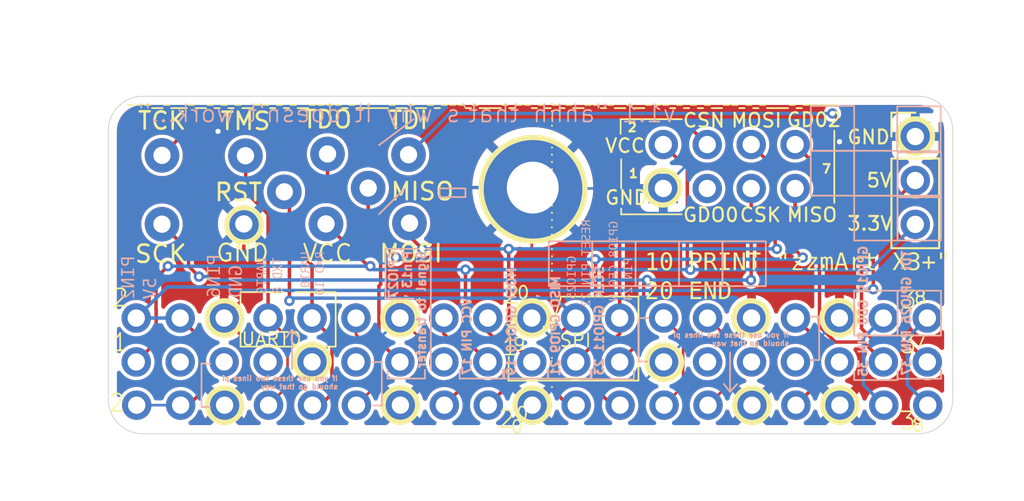
<source format=kicad_pcb>
(kicad_pcb (version 20241229) (generator "pcbnew") (generator_version "9.0")
  (layers (0 "F.Cu" signal) (2 "B.Cu" signal) (13 "F.Paste" user) (15 "B.Paste" user) (5 "F.SilkS" user "F.Silkscreen") (7 "B.SilkS" user "B.Silkscreen") (1 "F.Mask" user) (3 "B.Mask" user) (25 "Edge.Cuts" user))
  (net 0 "")
  (net 1 "TDI")
  (net 2 "GND")
  (net 3 "VCC")
  (net 4 "VCC_5V")
  (net 5 "MOSI_PI")
  (net 6 "MISO_PI")
  (net 7 "SCK_PI")
  (net 8 "C1101_GDO2")
  (net 9 "C1101_GDO0")
  (net 10 "CSN_C1101")
  (net 11 "RST_DUINO")
  (net 12 "TMS_TO_RX_DUINO")
  (net 13 "TCK_TO_TX_DUINO")
  (net 14 "TDO_SIGNAL_TO_TRANSFER_TO_DUINO")
  (net 15 "pin12")
  (net 16 "pin16")
  (net 17 "pin18")
  (net 18 "pin26")
  (net 19 "pin28")
  (net 20 "pin32")
  (net 21 "pin36")
  (net 22 "pin38")
  (footprint "Connector_Wire:SolderWire-1.5sqmm_1x01_D1.7mm_OD3.9mm" (layer "F.Cu") (at 88.462081 90.070419)
    (property "Reference" "SCK" (at -0.071605 1.723893 0) (layer "F.SilkS"))
    (property "Value" "SolderWire-1.5sqmm_1x01_D1.7mm_OD3.9mm" (hide yes))
    (pad "SCK" thru_hole circle (at 0 0) (size 2 2) (drill 1) (layers "*.Cu" "*.Mask") (net 7 "SCK_PI"))
  )
  (footprint "Connector_PinHeader_2.54mm:PinHeader_1x19_P2.54mm_Vertical" (layer "F.Cu") (at 87 100.54 90)
    (property "Reference" "REF**" (hide yes))
    (property "Value" "PinHeader_1x19_P2.54mm_Vertical" (hide yes))
    (pad "1" thru_hole circle (at 0 0 90) (size 1.7 1.7) (drill 1) (layers "*.Cu" "*.Mask") (net 4 "VCC_5V"))
    (pad "2" thru_hole circle (at 0 2.54 90) (size 1.7 1.7) (drill 1) (layers "*.Cu" "*.Mask") (net 4 "VCC_5V"))
    (pad "3" thru_hole circle (at 0 5.08 90) (size 1.7 1.7) (drill 1) (layers "*.Cu" "*.Mask") (net 2 "GND"))
    (pad "4" thru_hole circle (at 0 7.62 90) (size 1.7 1.7) (drill 1) (layers "*.Cu" "*.Mask") (net 12 "TMS_TO_RX_DUINO"))
    (pad "5" thru_hole circle (at 0 10.16 90) (size 1.7 1.7) (drill 1) (layers "*.Cu" "*.Mask") (net 13 "TCK_TO_TX_DUINO"))
    (pad "6" thru_hole circle (at 0 12.7 90) (size 1.7 1.7) (drill 1) (layers "*.Cu" "*.Mask") (net 15 "pin12"))
    (pad "7" thru_hole circle (at 0 15.24 90) (size 1.7 1.7) (drill 1) (layers "*.Cu" "*.Mask") (net 2 "GND"))
    (pad "8" thru_hole circle (at 0 17.78 90) (size 1.7 1.7) (drill 1) (layers "*.Cu" "*.Mask") (net 16 "pin16"))
    (pad "9" thru_hole circle (at 0 20.32 90) (size 1.7 1.7) (drill 1) (layers "*.Cu" "*.Mask") (net 17 "pin18"))
    (pad "10" thru_hole circle (at 0 22.86 90) (size 1.7 1.7) (drill 1) (layers "*.Cu" "*.Mask") (net 2 "GND"))
    (pad "11" thru_hole circle (at 0 25.4 90) (size 1.7 1.7) (drill 1) (layers "*.Cu" "*.Mask") (net 11 "RST_DUINO"))
    (pad "12" thru_hole circle (at 0 27.94 90) (size 1.7 1.7) (drill 1) (layers "*.Cu" "*.Mask") (net 10 "CSN_C1101"))
    (pad "13" thru_hole circle (at 0 30.48 90) (size 1.7 1.7) (drill 1) (layers "*.Cu" "*.Mask") (net 18 "pin26"))
    (pad "14" thru_hole circle (at 0 33.02 90) (size 1.7 1.7) (drill 1) (layers "*.Cu" "*.Mask") (net 19 "pin28"))
    (pad "15" thru_hole circle (at 0 35.56 90) (size 1.7 1.7) (drill 1) (layers "*.Cu" "*.Mask") (net 2 "GND"))
    (pad "16" thru_hole circle (at 0 38.1 90) (size 1.7 1.7) (drill 1) (layers "*.Cu" "*.Mask") (net 20 "pin32"))
    (pad "18" thru_hole circle (at 0 43.18 90) (size 1.7 1.7) (drill 1) (layers "*.Cu" "*.Mask") (net 21 "pin36"))
    (pad "19" thru_hole circle (at 0 45.72 90) (size 1.7 1.7) (drill 1) (layers "*.Cu" "*.Mask") (net 22 "pin38"))
    (pad "gg" thru_hole circle (at 0 40.64 90) (size 1.7 1.7) (drill 1) (layers "*.Cu" "*.Mask") (net 2 "GND"))
  )
  (footprint "Connector_Wire:SolderWire-1.5sqmm_1x01_D1.7mm_OD3.9mm" (layer "F.Cu") (at 93.191518 90.055724)
    (property "Reference" "GND" (at -0.073752 1.675468 0) (layer "F.SilkS") (effects (font (thickness 0.125) (bold yes))))
    (property "Value" "SolderWire-1.5sqmm_1x01_D1.7mm_OD3.9mm" (hide yes))
    (pad "GND" thru_hole circle (at 0 0) (size 2 2) (drill 1) (layers "*.Cu" "*.Mask") (net 2 "GND"))
  )
  (footprint "Connector_Wire:SolderWire-1.5sqmm_1x01_D1.7mm_OD3.9mm" (layer "F.Cu") (at 98.028506 86.007432)
    (property "Reference" "TDO" (at 0 -2 0) (layer "F.SilkS"))
    (property "Value" "SolderWire-1.5sqmm_1x01_D1.7mm_OD3.9mm" (hide yes))
    (pad "TDO" thru_hole circle (at 0 0) (size 2 2) (drill 1) (layers "*.Cu" "*.Mask") (net 14 "TDO_SIGNAL_TO_TRANSFER_TO_DUINO"))
  )
  (footprint "Connector_Wire:SolderWire-1.5sqmm_1x01_D1.7mm_OD3.9mm" (layer "F.Cu") (at 88.462475 86.087819)
    (property "Reference" "TCK" (at 0 -2 0) (layer "F.SilkS"))
    (property "Value" "SolderWire-1.5sqmm_1x01_D1.7mm_OD3.9mm" (hide yes))
    (pad "TCK_CSN_DUINO" thru_hole circle (at 0 0) (size 2 2) (drill 1) (layers "*.Cu" "*.Mask") (net 13 "TCK_TO_TX_DUINO"))
  )
  (footprint "Connector_Wire:SolderWire-1.5sqmm_1x01_D1.7mm_OD3.9mm" (layer "F.Cu") (at 97.942378 90.055724)
    (property "Reference" "VCC" (at 0.084548 1.703361 0) (layer "F.SilkS") (effects (font (thickness 0.125))))
    (property "Value" "SolderWire-1.5sqmm_1x01_D1.7mm_OD3.9mm" (hide yes))
    (pad "VCC" thru_hole circle (at 0 0) (size 2 2) (drill 1) (layers "*.Cu" "*.Mask") (net 3 "VCC"))
  )
  (footprint "Connector_Wire:SolderWire-1.5sqmm_1x01_D1.7mm_OD3.9mm" (layer "F.Cu") (at 102.711038 86.047625)
    (property "Reference" "TDI" (at 0 -2 0) (layer "F.SilkS"))
    (property "Value" "SolderWire-1.5sqmm_1x01_D1.7mm_OD3.9mm" (hide yes))
    (pad "TDI" thru_hole circle (at 0 0) (size 2 2) (drill 1) (layers "*.Cu" "*.Mask") (net 1 "TDI"))
  )
  (footprint "Module:Raspberry_Pi_Zero_Socketed_THT_FaceDown_MountingHoles" (layer "F.Cu") (at 135.234029 98.04 -90)
    (property "Reference" "_" (at -6.27 24.13 0) (layer "F.SilkS") (effects (font (size 0.1 0.1) (thickness 0.025))))
    (property "Value" "Raspberry_Pi_Zero_Socketed_THT_FaceDown_MountingHoles" (hide yes))
    (pad "" thru_hole oval (at 0 35.56 270) (size 1.7 1.7) (drill 1) (layers "*.Cu" "*.Mask"))
    (pad "" thru_hole oval (at 0 43.18 270) (size 1.7 1.7) (drill 1) (layers "*.Cu" "*.Mask"))
    (pad "" thru_hole oval (at 0 45.72 270) (size 1.7 1.7) (drill 1) (layers "*.Cu" "*.Mask"))
    (pad "1_3V" thru_hole oval (at 0 48.26 270) (size 1.7 1.7) (drill 1) (layers "*.Cu" "*.Mask") (net 3 "VCC"))
    (pad "2_5V" thru_hole oval (at -2.54 48.26 270) (size 1.7 1.7) (drill 1) (layers "*.Cu" "*.Mask") (net 4 "VCC_5V"))
    (pad "4_5V" thru_hole oval (at -2.54 45.72 270) (size 1.7 1.7) (drill 1) (layers "*.Cu" "*.Mask") (net 4 "VCC_5V"))
    (pad "6_GND" thru_hole oval (at -2.54 43.18 270) (size 1.7 1.7) (drill 1) (layers "*.Cu" "*.Mask") (net 2 "GND"))
    (pad "7" thru_hole oval (at 0 40.64 270) (size 1.7 1.7) (drill 1) (layers "*.Cu" "*.Mask"))
    (pad "8" thru_hole oval (at -2.54 40.64 270) (size 1.7 1.7) (drill 1) (layers "*.Cu" "*.Mask") (net 12 "TMS_TO_RX_DUINO"))
    (pad "9" thru_hole oval (at 0 38.1 270) (size 1.7 1.7) (drill 1) (layers "*.Cu" "*.Mask") (net 2 "GND"))
    (pad "10" thru_hole oval (at -2.54 38.1 270) (size 1.7 1.7) (drill 1) (layers "*.Cu" "*.Mask") (net 13 "TCK_TO_TX_DUINO"))
    (pad "12" thru_hole oval (at -2.54 35.56 270) (size 1.7 1.7) (drill 1) (layers "*.Cu" "*.Mask") (net 15 "pin12"))
    (pad "13" thru_hole oval (at 0 33.02 270) (size 1.7 1.7) (drill 1) (layers "*.Cu" "*.Mask") (net 14 "TDO_SIGNAL_TO_TRANSFER_TO_DUINO"))
    (pad "14_GND" thru_hole oval (at -2.54 33.02 270) (size 1.7 1.7) (drill 1) (layers "*.Cu" "*.Mask") (net 2 "GND"))
    (pad "15" thru_hole oval (at 0 30.48 270) (size 1.7 1.7) (drill 1) (layers "*.Cu" "*.Mask"))
    (pad "16" thru_hole oval (at -2.54 30.48 270) (size 1.7 1.7) (drill 1) (layers "*.Cu" "*.Mask") (net 16 "pin16"))
    (pad "17_3V3" thru_hole oval (at 0 27.94 270) (size 1.7 1.7) (drill 1) (layers "*.Cu" "*.Mask") (net 3 "VCC"))
    (pad "18" thru_hole oval (at -2.54 27.94 270) (size 1.7 1.7) (drill 1) (layers "*.Cu" "*.Mask") (net 17 "pin18"))
    (pad "20_GND" thru_hole oval (at -2.54 25.4 270) (size 1.7 1.7) (drill 1) (layers "*.Cu" "*.Mask") (net 2 "GND"))
    (pad "25_GND" thru_hole oval (at 0 17.78 270) (size 1.7 1.7) (drill 1) (layers "*.Cu" "*.Mask") (net 2 "GND"))
    (pad "26" thru_hole oval (at -2.54 17.78 270) (size 1.7 1.7) (drill 1) (layers "*.Cu" "*.Mask") (net 18 "pin26"))
    (pad "27" thru_hole oval (at 0 15.24 270) (size 1.7 1.7) (drill 1) (layers "*.Cu" "*.Mask"))
    (pad "28" thru_hole oval (at -2.54 15.24 270) (size 1.7 1.7) (drill 1) (layers "*.Cu" "*.Mask") (net 19 "pin28"))
    (pad "29" thru_hole oval (at 0 12.7 270) (size 1.7 1.7) (drill 1) (layers "*.Cu" "*.Mask"))
    (pad "30_GND" thru_hole oval (at -2.54 12.7 270) (size 1.7 1.7) (drill 1) (layers "*.Cu" "*.Mask") (net 2 "GND"))
    (pad "31" thru_hole oval (at 0 10.16 270) (size 1.7 1.7) (drill 1) (layers "*.Cu" "*.Mask"))
    (pad "32" thru_hole oval (at -2.54 10.16 270) (size 1.7 1.7) (drill 1) (layers "*.Cu" "*.Mask") (net 20 "pin32"))
    (pad "33" thru_hole oval (at 0 7.62 270) (size 1.7 1.7) (drill 1) (layers "*.Cu" "*.Mask"))
    (pad "34_GND" thru_hole oval (at -2.54 7.62 270) (size 1.7 1.7) (drill 1) (layers "*.Cu" "*.Mask") (net 2 "GND"))
    (pad "35" thru_hole oval (at 0 5.08 270) (size 1.7 1.7) (drill 1) (layers "*.Cu" "*.Mask") (net 8 "C1101_GDO2"))
    (pad "36" thru_hole oval (at -2.54 5.08 270) (size 1.7 1.7) (drill 1) (layers "*.Cu" "*.Mask") (net 21 "pin36"))
    (pad "37" thru_hole oval (at 0 2.54 270) (size 1.7 1.7) (drill 1) (layers "*.Cu" "*.Mask") (net 1 "TDI"))
    (pad "38" thru_hole oval (at -2.54 2.54 270) (size 1.7 1.7) (drill 1) (layers "*.Cu" "*.Mask") (net 22 "pin38"))
    (pad "CSN_C1101" thru_hole oval (at -2.54 20.32 270) (size 1.7 1.7) (drill 1) (layers "*.Cu" "*.Mask") (net 10 "CSN_C1101"))
    (pad "GPIO25 PI_RESET" thru_hole oval (at -2.54 22.86 270) (size 1.7 1.7) (drill 1) (layers "*.Cu" "*.Mask") (net 11 "RST_DUINO"))
    (pad "MISO_PI" thru_hole oval (at 0 22.86 270) (size 1.7 1.7) (drill 1) (layers "*.Cu" "*.Mask") (net 6 "MISO_PI"))
    (pad "MOSI_PI" thru_hole oval (at 0 25.4 270) (size 1.7 1.7) (drill 1) (layers "*.Cu" "*.Mask") (net 5 "MOSI_PI"))
    (pad "SCK_PI" thru_hole oval (at 0 20.32 270) (size 1.7 1.7) (drill 1) (layers "*.Cu" "*.Mask") (net 7 "SCK_PI"))
  )
  (footprint "Connector_PinHeader_2.54mm:PinHeader_1x03_P2.54mm_Vertical" (layer "F.Cu") (at 132 85)
    (property "Reference" "REF**" (hide yes))
    (property "Value" "PinHeader_1x03_P2.54mm_Vertical" (hide yes))
    (fp_line (start -1.38 -1.38) (end 0 -1.38) (stroke (width 0.12)) (layer "F.SilkS"))
    (fp_line (start -1.38 0) (end -1.38 -1.38) (stroke (width 0.12)) (layer "F.SilkS"))
    (fp_line (start -1.38 1.27) (end -1.38 6.46) (stroke (width 0.12)) (layer "F.SilkS"))
    (fp_line (start -1.38 1.27) (end 1.38 1.27) (stroke (width 0.12)) (layer "F.SilkS"))
    (fp_line (start -1.38 6.46) (end 1.38 6.46) (stroke (width 0.12)) (layer "F.SilkS"))
    (fp_line (start 1.38 1.27) (end 1.38 6.46) (stroke (width 0.12)) (layer "F.SilkS"))
    (pad "GND" thru_hole rect (at 0 0) (size 1.7 1.7) (drill 1) (layers "*.Cu" "*.Mask") (net 2 "GND"))
    (pad "VCC" thru_hole circle (at 0 5.08) (size 1.7 1.7) (drill 1) (layers "*.Cu" "*.Mask") (net 3 "VCC"))
    (pad "VCC_5V" thru_hole circle (at 0 2.54) (size 1.7 1.7) (drill 1) (layers "*.Cu" "*.Mask") (net 4 "VCC_5V"))
  )
  (footprint "" (layer "F.Cu") (at 109.890476 87.952263)
    (property "Reference" "" (at 0 0 0) (layer "F.SilkS") (effects (font (size 1.27 1.27))))
    (property "Value" "")
    (pad "GND" thru_hole circle (at 0 0) (size 6 6) (drill 3) (layers "*.Cu" "*.Mask") (net 2 "GND"))
  )
  (footprint "Connector_PinHeader_2.54mm:PinHeader_2x04_P2.54mm_Vertical" (layer "F.Cu") (at 117.434151 88.002926 90)
    (property "Reference" "REF**" (hide yes))
    (property "Value" "PinHeader_2x04_P2.54mm_Vertical" (hide yes))
    (pad "5" thru_hole circle (at 0 5.08 90) (size 1.7 1.7) (drill 1) (layers "*.Cu" "*.Mask") (net 7 "SCK_PI"))
    (pad "6" thru_hole circle (at 2.54 5.08 90) (size 1.7 1.7) (drill 1) (layers "*.Cu" "*.Mask") (net 5 "MOSI_PI"))
    (pad "7" thru_hole circle (at 0 7.62 90) (size 1.7 1.7) (drill 1) (layers "*.Cu" "*.Mask") (net 6 "MISO_PI"))
    (pad "8" thru_hole circle (at 2.54 7.62 90) (size 1.7 1.7) (drill 1) (layers "*.Cu" "*.Mask") (net 8 "C1101_GDO2"))
    (pad "CSN" thru_hole circle (at 2.54 2.54 90) (size 1.7 1.7) (drill 1) (layers "*.Cu" "*.Mask") (net 10 "CSN_C1101"))
    (pad "GDO0" thru_hole circle (at 0 2.54 90) (size 1.7 1.7) (drill 1) (layers "*.Cu" "*.Mask") (net 9 "C1101_GDO0"))
    (pad "GND" thru_hole rect (at 0 0 90) (size 1.7 1.7) (drill 1) (layers "*.Cu" "*.Mask") (net 2 "GND"))
    (pad "vcc" thru_hole circle (at 2.54 0 90) (size 1.7 1.7) (drill 1) (layers "*.Cu" "*.Mask") (net 3 "VCC"))
  )
  (footprint "Connector_Wire:SolderWire-1.5sqmm_1x01_D1.7mm_OD3.9mm" (layer "F.Cu") (at 100.378099 87.981744)
    (property "Reference" "MISO" (at 3.135086 0.192928 0) (layer "F.SilkS"))
    (property "Value" "SolderWire-1.5sqmm_1x01_D1.7mm_OD3.9mm" (hide yes))
    (pad "MISO" thru_hole circle (at 0 0) (size 2 2) (drill 1) (layers "*.Cu" "*.Mask") (net 6 "MISO_PI"))
  )
  (footprint "Connector_Wire:SolderWire-1.5sqmm_1x01_D1.7mm_OD3.9mm" (layer "F.Cu") (at 102.765587 90.007492)
    (property "Reference" "MOSI" (at 0.08682 1.751593 0) (layer "F.SilkS"))
    (property "Value" "SolderWire-1.5sqmm_1x01_D1.7mm_OD3.9mm" (hide yes))
    (pad "MOSI" thru_hole circle (at 0 0) (size 2 2) (drill 1) (layers "*.Cu" "*.Mask") (net 5 "MOSI_PI"))
  )
  (footprint "Connector_Wire:SolderWire-1.5sqmm_1x01_D1.7mm_OD3.9mm" (layer "F.Cu") (at 95.530774 88.198788)
    (property "Reference" "RST" (at -2.652765 0.024116 0) (layer "F.SilkS"))
    (property "Value" "SolderWire-1.5sqmm_1x01_D1.7mm_OD3.9mm" (hide yes))
    (pad "RST" thru_hole circle (at 0 0) (size 2 2) (drill 1) (layers "*.Cu" "*.Mask") (net 11 "RST_DUINO"))
  )
  (footprint "Connector_Wire:SolderWire-1.5sqmm_1x01_D1.7mm_OD3.9mm" (layer "F.Cu") (at 93.285684 86.107915)
    (property "Reference" "TMS" (at 0 -2 0) (layer "F.SilkS"))
    (property "Value" "SolderWire-1.5sqmm_1x01_D1.7mm_OD3.9mm" (hide yes))
    (pad "TMS" thru_hole circle (at 0 0) (size 2 2) (drill 1) (layers "*.Cu" "*.Mask") (net 12 "TMS_TO_RX_DUINO"))
  )
  (gr_circle (center 102.234912 100.532777) (end 103.234912 100.532777) (stroke (width 0.3)) (fill no) (layer "F.SilkS"))
  (gr_circle (center 109.86 100.54) (end 110.86 100.54) (stroke (width 0.3)) (fill no) (layer "F.SilkS"))
  (gr_circle (center 92.070151 95.5) (end 93.070151 95.5) (stroke (width 0.3)) (fill no) (layer "F.SilkS"))
  (gr_circle (center 109.906357 88.051832) (end 112.906357 88.051832) (stroke (width 0.3)) (fill no) (layer "F.SilkS"))
  (gr_circle (center 92.083436 100.546683) (end 93.083436 100.546683) (stroke (width 0.3)) (fill no) (layer "F.SilkS"))
  (gr_line (start 108.479278 99.120535) (end 115.979278 99.120535) (stroke (width 0.1)) (layer "F.SilkS"))
  (gr_line (start 114.968371 84.844227) (end 114.968371 83.993172) (stroke (width 0.1)) (layer "F.SilkS"))
  (gr_line (start 116 94.258301) (end 116 99.120535) (stroke (width 0.1)) (layer "F.SilkS"))
  (gr_circle (center 93.205142 90.108742) (end 94.205142 90.108742) (stroke (width 0.3)) (fill no) (layer "F.SilkS"))
  (gr_line (start 118.5 89.5) (end 115 89.5) (stroke (width 0.1)) (layer "F.SilkS"))
  (gr_line (start 93 94) (end 93 97.150806) (stroke (width 0.1)) (layer "F.SilkS"))
  (gr_circle (center 117.408083 87.962453) (end 118.408083 87.962453) (stroke (width 0.3)) (fill no) (layer "F.SilkS"))
  (gr_circle (center 131.99685 84.979094) (end 132.99685 84.979094) (stroke (width 0.3)) (fill no) (layer "F.SilkS"))
  (gr_circle (center 109.843057 95.499999) (end 110.843057 95.499999) (stroke (width 0.3)) (fill no) (layer "F.SilkS"))
  (gr_circle (center 97.131084 98.023967) (end 98.131084 98.023967) (stroke (width 0.3)) (fill no) (layer "F.SilkS"))
  (gr_line (start 110.5 96) (end 111 96) (stroke (width 0.1)) (layer "F.SilkS"))
  (gr_circle (center 117.489126 98.052803) (end 118.489126 98.052803) (stroke (width 0.3)) (fill no) (layer "F.SilkS"))
  (gr_line (start 98.5 97.150806) (end 98.5 94) (stroke (width 0.1)) (layer "F.SilkS"))
  (gr_line (start 127.317015 84.660666) (end 127.317015 88.832505) (stroke (width 0.1)) (layer "F.SilkS"))
  (gr_line (start 95.5 94) (end 93 94) (stroke (width 0.1)) (layer "F.SilkS"))
  (gr_line (start 114.968371 83.993172) (end 118.5 83.993172) (stroke (width 0.1)) (layer "F.SilkS"))
  (gr_line (start 108.5 96) (end 109 96) (stroke (width 0.1)) (layer "F.SilkS"))
  (gr_circle (center 127.599843 95.490748) (end 128.599843 95.490748) (stroke (width 0.3)) (fill no) (layer "F.SilkS"))
  (gr_line (start 108.5 96) (end 108.5 96.5) (stroke (width 0.1)) (layer "F.SilkS"))
  (gr_line (start 93 97.150806) (end 98.5 97.150806) (stroke (width 0.1)) (layer "F.SilkS"))
  (gr_line (start 98.5 94) (end 96.169356 93.996896) (stroke (width 0.1)) (layer "F.SilkS"))
  (gr_circle (center 127.644178 100.534182) (end 128.644178 100.534182) (stroke (width 0.3)) (fill no) (layer "F.SilkS"))
  (gr_line (start 115 89.5) (end 115.001746 89.166252) (stroke (width 0.1)) (layer "F.SilkS"))
  (gr_circle (center 122.559891 100.548961) (end 123.559891 100.548961) (stroke (width 0.3)) (fill no) (layer "F.SilkS"))
  (gr_circle (center 122.5 95.5) (end 123.5 95.5) (stroke (width 0.3)) (fill no) (layer "F.SilkS"))
  (gr_circle (center 102.216935 95.483312) (end 103.216935 95.483312) (stroke (width 0.3)) (fill no) (layer "F.SilkS"))
  (gr_line (start 111 99.5) (end 111 82.5) (stroke (width 0.1) (type dot)) (layer "F.SilkS"))
  (gr_line (start 115 88) (end 115.001746 86.312714) (stroke (width 0.1)) (layer "F.SilkS"))
  (gr_line (start 111.527485 94.258301) (end 116 94.258301) (stroke (width 0.1)) (layer "F.SilkS"))
  (gr_line (start 111 96) (end 111.527485 94.258301) (stroke (width 0.1)) (layer "F.SilkS"))
  (gr_line (start 108.510181 97.753248) (end 108.479278 99.120535) (stroke (width 0.1)) (layer "F.SilkS"))
  (gr_line (start 113.292918 98.982675) (end 113.292918 98.482675) (stroke (width 0.1)) (layer "B.SilkS"))
  (gr_rect (start 115.836541 91.058318) (end 118.345251 93.653535) (stroke (width 0.1)) (fill no) (layer "B.SilkS"))
  (gr_line (start 121.291408 97.5) (end 121.291408 99.766699) (stroke (width 0.1)) (layer "B.SilkS"))
  (gr_line (start 113.223643 98.535545) (end 113.223643 99.035545) (stroke (width 0.1)) (layer "B.SilkS"))
  (gr_rect (start 113.327831 91.058318) (end 115.836541 93.653535) (stroke (width 0.1)) (fill no) (layer "B.SilkS"))
  (gr_line (start 108.174595 99) (end 105.663938 99) (stroke (width 0.1)) (layer "B.SilkS"))
  (gr_line (start 101.16772 98.047672) (end 101.16772 100.558329) (stroke (width 0.1)) (layer "B.SilkS"))
  (gr_line (start 101.146823 98.047672) (end 100.646823 98.047672) (stroke (width 0.1)) (layer "B.SilkS"))
  (gr_line (start 105.663938 98.5) (end 105.663938 99) (stroke (width 0.1)) (layer "B.SilkS"))
  (gr_rect (start 104.5 88) (end 106 88.5) (stroke (width 0.1)) (fill no) (layer "B.SilkS"))
  (gr_line (start 100.66772 100.558329) (end 101.16772 100.558329) (stroke (width 0.1)) (layer "B.SilkS"))
  (gr_line (start 121.291408 99.766699) (end 121.694685 99.321703) (stroke (width 0.1)) (layer "B.SilkS"))
  (gr_line (start 133.485017 99.013285) (end 130.97436 99.013285) (stroke (width 0.1)) (layer "B.SilkS"))
  (gr_line (start 91.245326 100.641376) (end 90.745326 100.641376) (stroke (width 0.1)) (layer "B.SilkS"))
  (gr_line (start 104 94) (end 104 98.5) (stroke (width 0.1)) (layer "B.SilkS"))
  (gr_line (start 116.020618 95.502402) (end 116.020618 98.013059) (stroke (width 0.1)) (layer "B.SilkS"))
  (gr_rect (start 125.957914 83.227634) (end 128.466624 85.822851) (stroke (width 0.1)) (fill no) (layer "B.SilkS"))
  (gr_line (start 102.5 88) (end 101 89.5) (stroke (width 0.1)) (layer "B.SilkS"))
  (gr_line (start 101.379287 94.381015) (end 103 94.381015) (stroke (width 0.1)) (layer "B.SilkS"))
  (gr_line (start 133.485017 98.992388) (end 133.485017 98.492388) (stroke (width 0.1)) (layer "B.SilkS"))
  (gr_rect (start 120.853961 91.058318) (end 123.362671 93.653535) (stroke (width 0.1)) (fill no) (layer "B.SilkS"))
  (gr_line (start 101.5 91.5) (end 101.379287 91.508047) (stroke (width 0.1)) (layer "B.SilkS"))
  (gr_line (start 110.782261 98.503572) (end 110.782261 99.003572) (stroke (width 0.1)) (layer "B.SilkS"))
  (gr_rect (start 128.466624 88.418068) (end 130.975334 91.013285) (stroke (width 0.1)) (fill no) (layer "B.SilkS"))
  (gr_rect (start 110.819121 91.058318) (end 113.327831 93.653535) (stroke (width 0.1)) (fill no) (layer "B.SilkS"))
  (gr_line (start 95.97597 98.452165) (end 95.97597 96.185466) (stroke (width 0.1)) (layer "B.SilkS"))
  (gr_line (start 95.97597 96.185466) (end 95.61441 96.644368) (stroke (width 0.1)) (layer "B.SilkS"))
  (gr_rect (start 130.975334 88.418068) (end 133.484044 91.013285) (stroke (width 0.1)) (fill no) (layer "B.SilkS"))
  (gr_rect (start 128.466624 85.822851) (end 130.975334 88.418068) (stroke (width 0.1)) (fill no) (layer "B.SilkS"))
  (gr_line (start 126.422115 95.419355) (end 125.922115 95.419355) (stroke (width 0.1)) (layer "B.SilkS"))
  (gr_line (start 103.655688 99) (end 101.5 99) (stroke (width 0.1)) (layer "B.SilkS"))
  (gr_rect (start 125.957914 85.822851) (end 128.466624 88.418068) (stroke (width 0.1)) (fill no) (layer "B.SilkS"))
  (gr_line (start 110.758662 99) (end 108.248005 99) (stroke (width 0.1)) (layer "B.SilkS"))
  (gr_line (start 121.291408 99.766699) (end 120.929848 99.307797) (stroke (width 0.1)) (layer "B.SilkS"))
  (gr_rect (start 130.955208 83.253763) (end 133.463918 85.84898) (stroke (width 0.1)) (fill no) (layer "B.SilkS"))
  (gr_line (start 108.248005 98.5) (end 108.248005 99) (stroke (width 0.1)) (layer "B.SilkS"))
  (gr_line (start 128.467054 98.587048) (end 128.467054 99.087048) (stroke (width 0.1)) (layer "B.SilkS"))
  (gr_line (start 125.943012 97.930012) (end 126.443012 97.930012) (stroke (width 0.1)) (layer "B.SilkS"))
  (gr_line (start 130.977711 99.066151) (end 130.977711 98.566151) (stroke (width 0.1)) (layer "B.SilkS"))
  (gr_line (start 115.7343 99.035545) (end 113.223643 99.035545) (stroke (width 0.1)) (layer "B.SilkS"))
  (gr_line (start 103.655688 99) (end 103.655688 98.5) (stroke (width 0.1)) (layer "B.SilkS"))
  (gr_line (start 104 91.5) (end 101.5 91.5) (stroke (width 0.1)) (layer "B.SilkS"))
  (gr_rect (start 130.975334 85.918068) (end 133.484044 88.513285) (stroke (width 0.1)) (fill no) (layer "B.SilkS"))
  (gr_line (start 90.766223 98.130719) (end 91.266223 98.130719) (stroke (width 0.1)) (layer "B.SilkS"))
  (gr_line (start 108.174595 98.979103) (end 108.174595 98.479103) (stroke (width 0.1)) (layer "B.SilkS"))
  (gr_line (start 110.758662 98.979103) (end 110.758662 98.479103) (stroke (width 0.1)) (layer "B.SilkS"))
  (gr_rect (start 128.466624 93.918068) (end 130.975334 96.513285) (stroke (width 0.1)) (fill no) (layer "B.SilkS"))
  (gr_line (start 126.443012 95.419355) (end 126.443012 97.930012) (stroke (width 0.1)) (layer "B.SilkS"))
  (gr_rect (start 118.345251 91.058318) (end 120.853961 93.653535) (stroke (width 0.1)) (fill no) (layer "B.SilkS"))
  (gr_line (start 104 94) (end 104 91.5) (stroke (width 0.1)) (layer "B.SilkS"))
  (gr_line (start 116.520618 98.013059) (end 116.020618 98.013059) (stroke (width 0.1)) (layer "B.SilkS"))
  (gr_line (start 115.7343 99.014648) (end 115.7343 98.514648) (stroke (width 0.1)) (layer "B.SilkS"))
  (gr_line (start 101.379287 91.508047) (end 101.379287 94.381015) (stroke (width 0.1)) (layer "B.SilkS"))
  (gr_line (start 130.97436 98.513285) (end 130.97436 99.013285) (stroke (width 0.1)) (layer "B.SilkS"))
  (gr_line (start 101 85.5) (end 103 84) (stroke (width 0.1)) (layer "B.SilkS"))
  (gr_line (start 95.97597 96.185466) (end 96.379247 96.630462) (stroke (width 0.1)) (layer "B.SilkS"))
  (gr_line (start 113.292918 99.003572) (end 110.782261 99.003572) (stroke (width 0.1)) (layer "B.SilkS"))
  (gr_line (start 130.977711 99.087048) (end 128.467054 99.087048) (stroke (width 0.1)) (layer "B.SilkS"))
  (gr_rect (start 130.975334 93.918068) (end 133.484044 96.513285) (stroke (width 0.1)) (fill no) (layer "B.SilkS"))
  (gr_line (start 90.745326 98.130719) (end 90.745326 100.641376) (stroke (width 0.1)) (layer "B.SilkS"))
  (gr_line (start 116.041515 95.502402) (end 116.541515 95.502402) (stroke (width 0.1)) (layer "B.SilkS"))
  (gr_line (start 101.5 98.5) (end 101.5 99) (stroke (width 0.1)) (layer "B.SilkS"))
  (gr_line (start 85.355821 100.193919) (end 85.355821 84.66953) (stroke (width 0.05)) (layer "Edge.Cuts"))
  (gr_line (start 134.166093 84.66953) (end 134.166093 100.193919) (stroke (width 0.05)) (layer "Edge.Cuts"))
  (gr_arc (start 132.166093 82.66953) (mid 133.580307 83.255316) (end 134.166093 84.66953) (stroke (width 0.05)) (layer "Edge.Cuts"))
  (gr_arc (start 134.166093 100.193919) (mid 133.580299 101.608118) (end 132.166093 102.193919) (stroke (width 0.05)) (layer "Edge.Cuts"))
  (gr_arc (start 85.355821 84.66953) (mid 85.941607 83.255316) (end 87.355821 82.66953) (stroke (width 0.05)) (layer "Edge.Cuts"))
  (gr_line (start 132.166093 102.193919) (end 87.355821 102.193919) (stroke (width 0.05)) (layer "Edge.Cuts"))
  (gr_line (start 87.355821 82.66953) (end 132.166093 82.66953) (stroke (width 0.05)) (layer "Edge.Cuts"))
  (gr_arc (start 87.355821 102.193919) (mid 85.941587 101.608141) (end 85.355821 100.193919) (stroke (width 0.05)) (layer "Edge.Cuts"))
  (gr_text "2" (at 115.322128 84.764968 0) (layer "F.SilkS") (effects (font (size 0.5 0.5) (thickness 0.125) (bold yes)) (justify left bottom)))
  (gr_text "3" (at 131.053577 97.618021 0) (layer "F.SilkS") (effects (font (size 1 1) (thickness 0.1)) (justify left bottom)))
  (gr_text "GND" (at 114 89 0) (layer "F.SilkS") (effects (font (size 0.8 0.8) (thickness 0.125) (bold yes)) (justify left bottom)))
  (gr_text "CSK" (at 121.783129 90 0) (layer "F.SilkS") (effects (font (size 0.8 0.8) (thickness 0.125) (bold yes)) (justify left bottom)))
  (gr_text "0" (at 108.915777 94.473719 0) (layer "F.SilkS") (effects (font (size 0.75 0.75) (thickness 0.1)) (justify left bottom)))
  (gr_text "1" (at 85.5 97.5 0) (layer "F.SilkS") (effects (font (size 1 1) (thickness 0.1)) (justify left bottom)))
  (gr_text "2" (at 107.82787 101.94036 0) (layer "F.SilkS") (effects (font (size 1 1) (thickness 0.1)) (justify left bottom)))
  (gr_text "3" (at 131.065455 95.028707 0) (layer "F.SilkS") (effects (font (size 1 1) (thickness 0.1)) (justify left bottom)))
  (gr_text "1" (at 115.388744 87.429617 0) (layer "F.SilkS") (effects (font (size 0.5 0.5) (thickness 0.125) (bold yes)) (justify left bottom)))
  (gr_text "7" (at 131.847096 97.34499 0) (layer "F.SilkS") (effects (font (size 0.75 0.75) (thickness 0.1)) (justify left bottom)))
  (gr_text "0" (at 108.859426 101.464378 0) (layer "F.SilkS") (effects (font (size 0.75 0.75) (thickness 0.1)) (justify left bottom)))
  (gr_text "3" (at 131.009104 102.019366 0) (layer "F.SilkS") (effects (font (size 1 1) (thickness 0.1)) (justify left bottom)))
  (gr_text "9" (at 108.695597 97.463537 0) (layer "F.SilkS") (effects (font (size 0.75 0.75) (thickness 0.1)) (justify left bottom)))
  (gr_text "GDO0" (at 118.5 90 0) (layer "F.SilkS") (effects (font (size 0.8 0.8) (thickness 0.125) (bold yes)) (justify left bottom)))
  (gr_text "GND" (at 128 85.5 0) (layer "F.SilkS") (effects (font (size 0.8 0.8) (thickness 0.125) (bold yes)) (justify left bottom)))
  (gr_text "---__-___-__-_-_-__--_-_-__----_-______-__-__-_---_-____-_--_-_-_-__--_-__-__---_-_-_-__--_-_-____-_----" (at 86.331264 83.37083 0) (layer "F.SilkS") (effects (font (size 0.4 0.4) (thickness 0.1)) (justify left bottom)))
  (gr_text "2" (at 85.304072 100.999379 0) (layer "F.SilkS") (effects (font (size 1 1) (thickness 0.1)) (justify left bottom)))
  (gr_text "CSN" (at 118.5 84.532678 0) (layer "F.SilkS") (effects (font (size 0.8 0.8) (thickness 0.125) (bold yes)) (justify left bottom)))
  (gr_text " 5V" (at 128.5 88 0) (layer "F.SilkS") (effects (font (size 0.8 0.8) (thickness 0.125) (bold yes)) (justify left bottom)))
  (gr_text "SPI" (at 111.38087 97.231226 0) (layer "F.SilkS") (effects (font (size 0.75 0.75) (thickness 0.1)) (justify left bottom)))
  (gr_text "7" (at 126.546966 87.163152 0) (layer "F.SilkS") (effects (font (size 0.5 0.5) (thickness 0.125) (bold yes)) (justify left bottom)))
  (gr_text "8" (at 131.864768 94.755676 0) (layer "F.SilkS") (effects (font (size 0.75 0.75) (thickness 0.1)) (justify left bottom)))
  (gr_text "2" (at 85.511878 94.910686 0) (layer "F.SilkS") (effects (font (size 1 1) (thickness 0.1)) (justify left bottom)))
  (gr_text "GD02\n" (at 124.5 84.5 0) (layer "F.SilkS") (effects (font (size 0.8 0.8) (thickness 0.125) (bold yes)) (justify left bottom)))
  (gr_text "UART0" (at 93 97.150806 0) (layer "F.SilkS") (effects (font (size 0.75 0.75) (thickness 0.1)) (justify left bottom)))
  (gr_text "3.3V" (at 128 90.5 0) (layer "F.SilkS") (effects (font (size 0.8 0.8) (thickness 0.125) (bold yes)) (justify left bottom)))
  (gr_text "1" (at 108.046933 97.736568 0) (layer "F.SilkS") (effects (font (size 1 1) (thickness 0.1)) (justify left bottom)))
  (gr_text "MISO" (at 124.5 90 0) (layer "F.SilkS") (effects (font (size 0.8 0.8) (thickness 0.125) (bold yes)) (justify left bottom)))
  (gr_text "VCC" (at 114 86 0) (layer "F.SilkS") (effects (font (size 0.8 0.8) (thickness 0.125) (bold yes)) (justify left bottom)))
  (gr_text "MOSI" (at 121.288579 84.532678 0) (layer "F.SilkS") (effects (font (size 0.8 0.8) (thickness 0.125) (bold yes)) (justify left bottom)))
  (gr_text "0" (at 108.556332 102.233378 0) (layer "F.SilkS") (effects (font (size 0.75 0.75) (thickness 0.1)) (justify left bottom)))
  (gr_text "10 PRINT {dblquote}zzmArt X3+{dblquote}\n20 END" (at 116.353608 94.576288 0) (layer "F.SilkS") (effects (font (size 1 1) (thickness 0.1)) (justify left bottom)))
  (gr_text "8" (at 131.738455 102.137096 0) (layer "F.SilkS") (effects (font (size 0.75 0.75) (thickness 0.1)) (justify left bottom)))
  (gr_text "2" (at 108.116464 94.74675 0) (layer "F.SilkS") (effects (font (size 1 1) (thickness 0.1)) (justify left bottom)))
  (gr_text "MOSI GPIO10 19" (at 108.950785 92.5 90) (layer "B.SilkS") (effects (font (size 0.5 0.5) (thickness 0.125)) (justify left bottom mirror)))
  (gr_text "GPIO8 CE0_N\nPIN 24" (at 115.719645 94.525329 90) (layer "B.SilkS") (effects (font (size 0.5 0.5) (thickness 0.125)) (justify right bottom mirror)))
  (gr_text "If you use these two lines pi\nshould go that way" (at 98.662003 99.644855 0) (layer "B.SilkS") (effects (font (size 0.3 0.3) (thickness 0.075)) (justify left bottom mirror)))
  (gr_text "PIN6\nGND" (at 93.203472 94.337318 90) (layer "B.SilkS") (effects (font (size 0.75 0.75)) (justify right bottom mirror)))
  (gr_text "TDI GPIO26 PIN 37" (at 131.784071 98.882333 90) (layer "B.SilkS") (effects (font (size 0.5 0.5) (thickness 0.125)) (justify right bottom mirror)))
  (gr_text "If you use these two lines pi\nshould go that way" (at 124.740128 97.137199 0) (layer "B.SilkS") (effects (font (size 0.3 0.3) (thickness 0.075)) (justify left bottom mirror)))
  (gr_text "GPIO19 GD0 PIN 35 " (at 129.278485 91.251632 90) (layer "B.SilkS") (effects (font (size 0.5 0.5) (thickness 0.125)) (justify left bottom mirror)))
  (gr_text "UART0\nRXD 10" (at 97.903004 91.659985 90) (layer "B.SilkS") (effects (font (size 0.5 0.5) (thickness 0.125)) (justify left bottom mirror)))
  (gr_text "VCC PIN 17" (at 106.376388 94.278428 90) (layer "B.SilkS") (effects (font (size 0.5 0.5) (thickness 0.125)) (justify left bottom mirror)))
  (gr_text "MISO GPIO9 21" (at 111.5 93 90) (layer "B.SilkS") (effects (font (size 0.5 0.5) (thickness 0.125)) (justify left bottom mirror)))
  (gr_text "GPIO27\nPin13\nSignal to transfer" (at 103.741539 91.537566 90) (layer "B.SilkS") (effects (font (size 0.5 0.5) (thickness 0.125)) (justify left bottom mirror)))
  (gr_text "v1.1 {dblquote}ahhh that's why it doesn't work...{dblquote}" (at 118.233868 84.258018 0) (layer "B.SilkS") (effects (font (size 1 1) (thickness 0.1)) (justify left bottom mirror)))
  (gr_text "GPIO25 \nRESET PIN 22" (at 113.293314 94.851174 90) (layer "B.SilkS") (effects (font (size 0.5 0.5) (thickness 0.125)) (justify right bottom mirror)))
  (gr_text "SCLK GPIO11 23" (at 114.027251 92.408179 90) (layer "B.SilkS") (effects (font (size 0.5 0.5) (thickness 0.125)) (justify left bottom mirror)))
  (gr_text "PIN2\n5V" (at 88.243723 94.423825 90) (layer "B.SilkS") (effects (font (size 0.75 0.75)) (justify right bottom mirror)))
  (gr_text "UART0\nTXD 8" (at 95.5 92 90) (layer "B.SilkS") (effects (font (size 0.55 0.5) (thickness 0.125)) (justify left bottom mirror)))
  (segment (start 127.209197 83.662708) (end 128.889 85.342511) (width 0.2) (layer "F.Cu") (net 1))
  (segment (start 128.889 96.100731) (end 129.677269 96.889) (width 0.2) (layer "F.Cu") (net 1))
  (segment (start 128.889 85.342511) (end 128.889 96.100731) (width 0.2) (layer "F.Cu") (net 1))
  (segment (start 129.677269 96.889) (end 131.543029 96.889) (width 0.2) (layer "F.Cu") (net 1))
  (segment (start 131.543029 96.889) (end 132.694029 98.04) (width 0.2) (layer "F.Cu") (net 1))
  (via (at 127.209197 83.662708) (size 0.6) (drill 0.3) (layers "F.Cu" "B.Cu") (net 1))
  (segment (start 102.711038 86.047625) (end 105.095955 83.662708) (width 0.2) (layer "B.Cu") (net 1))
  (segment (start 105.095955 83.662708) (end 127.209197 83.662708) (width 0.2) (layer "B.Cu") (net 1))
  (segment (start 127.64 100.64) (end 127.5 100.5) (width 0.2) (layer "F.Cu") (net 2))
  (segment (start 103.340029 96.626) (end 103.340029 99.439971) (width 0.15) (layer "F.Cu") (net 2))
  (segment (start 93.205029 99.414971) (end 92.08 100.54) (width 0.2) (layer "F.Cu") (net 2))
  (segment (start 103.340029 99.439971) (end 102.24 100.54) (width 0.15) (layer "F.Cu") (net 2))
  (segment (start 127.614029 85.305994) (end 127.614029 95.5) (width 0.15) (layer "F.Cu") (net 2))
  (segment (start 93.191518 90.055724) (end 91.7 88.564206) (width 0.2) (layer "F.Cu") (net 2))
  (segment (start 92.054029 95.5) (end 93.205029 96.651) (width 0.2) (layer "F.Cu") (net 2))
  (segment (start 122.534029 95.5) (end 123.660029 96.626) (width 0.15) (layer "F.Cu") (net 2))
  (segment (start 102.214029 95.5) (end 103.340029 96.626) (width 0.15) (layer "F.Cu") (net 2))
  (segment (start 127.64 101) (end 127.64 100.64) (width 0.2) (layer "F.Cu") (net 2))
  (segment (start 109.834029 88.00871) (end 109.890476 87.952263) (width 0.15) (layer "F.Cu") (net 2))
  (segment (start 109.834029 95.5) (end 109.834029 88.00871) (width 0.15) (layer "F.Cu") (net 2))
  (segment (start 93.205029 96.651) (end 93.205029 99.414971) (width 0.2) (layer "F.Cu") (net 2))
  (segment (start 123.660029 99.439971) (end 122.56 100.54) (width 0.15) (layer "F.Cu") (net 2))
  (segment (start 127.620024 85.299999) (end 127.614029 85.305994) (width 0.15) (layer "F.Cu") (net 2))
  (segment (start 123.660029 96.626) (end 123.660029 99.439971) (width 0.15) (layer "F.Cu") (net 2))
  (segment (start 91.7 88.564206) (end 91.7 84.7) (width 0.2) (layer "F.Cu") (net 2))
  (segment (start 93.191518 94.362511) (end 93.191518 90.055724) (width 0.2) (layer "F.Cu") (net 2))
  (segment (start 92.054029 95.5) (end 93.191518 94.362511) (width 0.2) (layer "F.Cu") (net 2))
  (via (at 91.7 84.7) (size 0.6) (drill 0.3) (layers "F.Cu" "B.Cu") (net 2))
  (via (at 127.620024 85.299999) (size 0.6) (drill 0.3) (layers "F.Cu" "B.Cu") (net 2))
  (segment (start 117.454029 98.04) (end 118.868029 96.626) (width 0.15) (layer "B.Cu") (net 2))
  (segment (start 126.488029 96.626) (end 127.614029 95.5) (width 0.15) (layer "B.Cu") (net 2))
  (segment (start 126.331097 86.588926) (end 127.620024 85.299999) (width 0.15) (layer "B.Cu") (net 2))
  (segment (start 91.7 84.7) (end 99.523521 84.7) (width 0.2) (layer "B.Cu") (net 2))
  (segment (start 110.986 99.414) (end 116.080029 99.414) (width 0.15) (layer "B.Cu") (net 2))
  (segment (start 97.134029 98.04) (end 95.760029 99.414) (width 0.15) (layer "B.Cu") (net 2))
  (segment (start 127.614029 95.5) (end 126.4 96.714029) (width 0.15) (layer "B.Cu") (net 2))
  (segment (start 102.24 100.54) (end 103.366 99.414) (width 0.15) (layer "B.Cu") (net 2))
  (segment (start 110.960029 96.626) (end 110.960029 99.439971) (width 0.15) (layer "B.Cu") (net 2))
  (segment (start 102.775784 87.952263) (end 109.890476 87.952263) (width 0.2) (layer "B.Cu") (net 2))
  (segment (start 118.868029 96.626) (end 121.408029 96.626) (width 0.15) (layer "B.Cu") (net 2))
  (segment (start 123.660029 96.626) (end 126.488029 96.626) (width 0.15) (layer "B.Cu") (net 2))
  (segment (start 126.4 99.3) (end 127.64 100.54) (width 0.15) (layer "B.Cu") (net 2))
  (segment (start 97.134029 98.04) (end 98.260029 96.914) (width 0.15) (layer "B.Cu") (net 2))
  (segment (start 99.523521 84.7) (end 102.775784 87.952263) (width 0.2) (layer "B.Cu") (net 2))
  (segment (start 122.534029 95.5) (end 123.660029 96.626) (width 0.15) (layer "B.Cu") (net 2))
  (segment (start 100.800029 96.914) (end 102.214029 95.5) (width 0.15) (layer "B.Cu") (net 2))
  (segment (start 109.86 100.54) (end 110.986 99.414) (width 0.15) (layer "B.Cu") (net 2))
  (segment (start 108.734 99.414) (end 109.86 100.54) (width 0.15) (layer "B.Cu") (net 2))
  (segment (start 95.760029 99.414) (end 93.206 99.414) (width 0.15) (layer "B.Cu") (net 2))
  (segment (start 110.960029 99.439971) (end 109.86 100.54) (width 0.15) (layer "B.Cu") (net 2))
  (segment (start 109.941139 88.002926) (end 109.890476 87.952263) (width 0.15) (layer "B.Cu") (net 2))
  (segment (start 117.434151 88.002926) (end 118.848151 86.588926) (width 0.15) (layer "B.Cu") (net 2))
  (segment (start 103.366 99.414) (end 108.734 99.414) (width 0.15) (layer "B.Cu") (net 2))
  (segment (start 121.408029 96.626) (end 122.534029 95.5) (width 0.15) (layer "B.Cu") (net 2))
  (segment (start 98.260029 96.914) (end 100.800029 96.914) (width 0.15) (layer "B.Cu") (net 2))
  (segment (start 116.080029 99.414) (end 117.454029 98.04) (width 0.15) (layer "B.Cu") (net 2))
  (segment (start 117.434151 88.002926) (end 109.941139 88.002926) (width 0.15) (layer "B.Cu") (net 2))
  (segment (start 127.920023 85) (end 127.620024 85.299999) (width 0.15) (layer "B.Cu") (net 2))
  (segment (start 109.834029 95.5) (end 110.960029 96.626) (width 0.15) (layer "B.Cu") (net 2))
  (segment (start 132 85) (end 127.920023 85) (width 0.15) (layer "B.Cu") (net 2))
  (segment (start 126.4 96.714029) (end 126.4 99.3) (width 0.15) (layer "B.Cu") (net 2))
  (segment (start 93.206 99.414) (end 92.08 100.54) (width 0.15) (layer "B.Cu") (net 2))
  (segment (start 118.848151 86.588926) (end 126.331097 86.588926) (width 0.15) (layer "B.Cu") (net 2))
  (segment (start 88.118138 93.181862) (end 88.118138 95.016349) (width 0.2) (layer "F.Cu") (net 3))
  (segment (start 97.942378 90.055724) (end 100.386654 92.5) (width 0.2) (layer "F.Cu") (net 3))
  (segment (start 118.823151 92.523151) (end 118.823151 86.851926) (width 0.2) (layer "F.Cu") (net 3))
  (segment (start 107.294029 98.04) (end 106 96.745971) (width 0.2) (layer "F.Cu") (net 3))
  (segment (start 88.118138 96.895891) (end 86.974029 98.04) (width 0.2) (layer "F.Cu") (net 3))
  (segment (start 88.125029 95.97676) (end 88.118138 95.983651) (width 0.2) (layer "F.Cu") (net 3))
  (segment (start 118.823151 86.851926) (end 117.434151 85.462926) (width 0.2) (layer "F.Cu") (net 3))
  (segment (start 88.118138 95.983651) (end 88.118138 96.895891) (width 0.2) (layer "F.Cu") (net 3))
  (segment (start 106 96.745971) (end 106 92.7) (width 0.2) (layer "F.Cu") (net 3))
  (segment (start 100.386654 92.5) (end 100.5 92.5) (width 0.2) (layer "F.Cu") (net 3))
  (segment (start 88.8 92.5) (end 88.118138 93.181862) (width 0.2) (layer "F.Cu") (net 3))
  (segment (start 119 92.7) (end 118.823151 92.523151) (width 0.2) (layer "F.Cu") (net 3))
  (segment (start 88.118138 95.016349) (end 88.125029 95.02324) (width 0.2) (layer "F.Cu") (net 3))
  (segment (start 88.125029 95.02324) (end 88.125029 95.97676) (width 0.2) (layer "F.Cu") (net 3))
  (via (at 88.8 92.5) (size 0.6) (drill 0.3) (layers "F.Cu" "B.Cu") (net 3))
  (via (at 119 92.7) (size 0.6) (drill 0.3) (layers "F.Cu" "B.Cu") (net 3))
  (via (at 119 92.7) (size 0.6) (drill 0.3) (layers "F.Cu" "B.Cu") (net 3))
  (via (at 106 92.7) (size 0.6) (drill 0.3) (layers "F.Cu" "B.Cu") (net 3))
  (via (at 100.5 92.5) (size 0.6) (drill 0.3) (layers "F.Cu" "B.Cu") (net 3))
  (segment (start 129.38 92.7) (end 132 90.08) (width 0.2) (layer "B.Cu") (net 3))
  (segment (start 100.5 92.5) (end 91.7 92.5) (width 0.2) (layer "B.Cu") (net 3))
  (segment (start 119 92.7) (end 129.38 92.7) (width 0.2) (layer "B.Cu") (net 3))
  (segment (start 106 92.7) (end 119 92.7) (width 0.2) (layer "B.Cu") (net 3))
  (segment (start 91.7 92.5) (end 88.8 92.5) (width 0.2) (layer "B.Cu") (net 3))
  (segment (start 100.7 92.7) (end 106 92.7) (width 0.2) (layer "B.Cu") (net 3))
  (segment (start 100.5 92.5) (end 100.7 92.7) (width 0.2) (layer "B.Cu") (net 3))
  (segment (start 89.514029 95.5) (end 90.665029 96.651) (width 0.2) (layer "F.Cu") (net 4))
  (segment (start 129.570234 89.969766) (end 132 87.54) (width 0.2) (layer "F.Cu") (net 4))
  (segment (start 90 100.54) (end 89.54 100.54) (width 0.2) (layer "F.Cu") (net 4))
  (segment (start 90.665029 99.874971) (end 90 100.54) (width 0.2) (layer "F.Cu") (net 4))
  (segment (start 129.570234 93.832914) (end 129.570234 89.969766) (width 0.2) (layer "F.Cu") (net 4))
  (segment (start 90.665029 96.651) (end 90.665029 99.874971) (width 0.2) (layer "F.Cu") (net 4))
  (via (at 129.570234 93.832914) (size 0.6) (drill 0.3) (layers "F.Cu" "B.Cu") (net 4))
  (segment (start 129.502148 93.901) (end 92.499 93.901) (width 0.2) (layer "B.Cu") (net 4))
  (segment (start 86.974029 95.5) (end 89.514029 95.5) (width 0.2) (layer "B.Cu") (net 4))
  (segment (start 88.773029 93.701) (end 87.902635 94.571394) (width 0.2) (layer "B.Cu") (net 4))
  (segment (start 89.54 100.54) (end 87 100.54) (width 0.15) (layer "B.Cu") (net 4))
  (segment (start 87.890621 94.583408) (end 86.974029 95.5) (width 0.2) (layer "B.Cu") (net 4))
  (segment (start 87.902635 94.571394) (end 87.890621 94.583408) (width 0.2) (layer "B.Cu") (net 4))
  (segment (start 129.570234 93.832914) (end 129.502148 93.901) (width 0.2) (layer "B.Cu") (net 4))
  (segment (start 132 87.54) (end 132 88) (width 0.2) (layer "B.Cu") (net 4))
  (segment (start 92.499 93.901) (end 92.299 93.701) (width 0.2) (layer "B.Cu") (net 4))
  (segment (start 92.299 93.701) (end 88.773029 93.701) (width 0.2) (layer "B.Cu") (net 4))
  (segment (start 108.5 96.705971) (end 108.5 91.5) (width 0.2) (layer "F.Cu") (net 5))
  (segment (start 109.834029 98.04) (end 108.5 96.705971) (width 0.2) (layer "F.Cu") (net 5))
  (segment (start 124 91.5) (end 123.903151 91.403151) (width 0.2) (layer "F.Cu") (net 5))
  (segment (start 123.903151 91.403151) (end 123.903151 86.851926) (width 0.2) (layer "F.Cu") (net 5))
  (segment (start 102.765587 90.765587) (end 103.5 91.5) (width 0.2) (layer "F.Cu") (net 5))
  (segment (start 123.903151 86.851926) (end 122.514151 85.462926) (width 0.2) (layer "F.Cu") (net 5))
  (segment (start 102.765587 90.007492) (end 102.765587 90.765587) (width 0.2) (layer "F.Cu") (net 5))
  (via (at 108.5 91.5) (size 0.6) (drill 0.3) (layers "F.Cu" "B.Cu") (net 5))
  (via (at 103.5 91.5) (size 0.6) (drill 0.3) (layers "F.Cu" "B.Cu") (net 5))
  (via (at 124 91.5) (size 0.6) (drill 0.3) (layers "F.Cu" "B.Cu") (net 5))
  (segment (start 103.5 91.5) (end 108.5 91.5) (width 0.2) (layer "B.Cu") (net 5))
  (segment (start 108.5 91.5) (end 124 91.5) (width 0.2) (layer "B.Cu") (net 5))
  (segment (start 113.525029 92.125029) (end 113.5 92.1) (width 0.2) (layer "F.Cu") (net 6))
  (segment (start 100.378099 87.981744) (end 100.378099 90.378099) (width 0.2) (layer "F.Cu") (net 6))
  (segment (start 125.054151 91.554151) (end 125.054151 88.002926) (width 0.2) (layer "F.Cu") (net 6))
  (segment (start 100.378099 90.378099) (end 102 92) (width 0.2) (layer "F.Cu") (net 6))
  (segment (start 112.374029 98.04) (end 113.525029 96.889) (width 0.2) (layer "F.Cu") (net 6))
  (segment (start 113.525029 96.889) (end 113.525029 92.125029) (width 0.2) (layer "F.Cu") (net 6))
  (segment (start 125.5 92) (end 125.054151 91.554151) (width 0.2) (layer "F.Cu") (net 6))
  (via (at 102 92) (size 0.6) (drill 0.3) (layers "F.Cu" "B.Cu") (net 6))
  (via (at 125.5 92) (size 0.6) (drill 0.3) (layers "F.Cu" "B.Cu") (net 6))
  (via (at 113.5 92.1) (size 0.6) (drill 0.3) (layers "F.Cu" "B.Cu") (net 6))
  (segment (start 102.1 92.1) (end 113.5 92.1) (width 0.2) (layer "B.Cu") (net 6))
  (segment (start 113.5 92.1) (end 125.4 92.1) (width 0.2) (layer "B.Cu") (net 6))
  (segment (start 102 92) (end 102.1 92.1) (width 0.2) (layer "B.Cu") (net 6))
  (segment (start 125.4 92.1) (end 125.5 92) (width 0.2) (layer "B.Cu") (net 6))
  (segment (start 122.514151 93.285849) (end 122.514151 88.002926) (width 0.2) (layer "F.Cu") (net 7))
  (segment (start 90 91.608338) (end 88.462081 90.070419) (width 0.2) (layer "F.Cu") (net 7))
  (segment (start 114.914029 98.04) (end 116.303029 96.651) (width 0.2) (layer "F.Cu") (net 7))
  (segment (start 90 92.501) (end 90 91.608338) (width 0.2) (layer "F.Cu") (net 7))
  (segment (start 90.6 93.101) (end 90 92.501) (width 0.2) (layer "F.Cu") (net 7))
  (segment (start 116.303029 93.496971) (end 116.5 93.3) (width 0.2) (layer "F.Cu") (net 7))
  (segment (start 122.5 93.3) (end 122.514151 93.285849) (width 0.2) (layer "F.Cu") (net 7))
  (segment (start 116.303029 96.651) (end 116.303029 93.496971) (width 0.2) (layer "F.Cu") (net 7))
  (via (at 90.6 93.101) (size 0.6) (drill 0.3) (layers "F.Cu" "B.Cu") (net 7))
  (via (at 116.5 93.3) (size 0.6) (drill 0.3) (layers "F.Cu" "B.Cu") (net 7))
  (via (at 122.5 93.3) (size 0.6) (drill 0.3) (layers "F.Cu" "B.Cu") (net 7))
  (segment (start 91.101 93.101) (end 91.3 93.3) (width 0.2) (layer "B.Cu") (net 7))
  (segment (start 91.3 93.3) (end 116.5 93.3) (width 0.2) (layer "B.Cu") (net 7))
  (segment (start 116.5 93.3) (end 122.5 93.3) (width 0.2) (layer "B.Cu") (net 7))
  (segment (start 90.6 93.101) (end 91.101 93.101) (width 0.2) (layer "B.Cu") (net 7))
  (segment (start 127.375269 96.889) (end 129.003029 96.889) (width 0.2) (layer "F.Cu") (net 8))
  (segment (start 126.463029 86.871804) (end 126.463029 95.97676) (width 0.2) (layer "F.Cu") (net 8))
  (segment (start 129.003029 96.889) (end 130.154029 98.04) (width 0.2) (layer "F.Cu") (net 8))
  (segment (start 125.054151 85.462926) (end 126.463029 86.871804) (width 0.2) (layer "F.Cu") (net 8))
  (segment (start 126.463029 95.97676) (end 127.375269 96.889) (width 0.2) (layer "F.Cu") (net 8))
  (segment (start 116.957391 84.311926) (end 118.823151 84.311926) (width 0.2) (layer "F.Cu") (net 10))
  (segment (start 114.914029 96.41224) (end 113.763029 97.56324) (width 0.2) (layer "F.Cu") (net 10))
  (segment (start 114.914029 86.355288) (end 116.957391 84.311926) (width 0.2) (layer "F.Cu") (net 10))
  (segment (start 114.914029 95.5) (end 114.914029 96.41224) (width 0.2) (layer "F.Cu") (net 10))
  (segment (start 113.763029 97.56324) (end 113.763029 99.823029) (width 0.2) (layer "F.Cu") (net 10))
  (segment (start 114.914029 95.5) (end 114.914029 86.355288) (width 0.2) (layer "F.Cu") (net 10))
  (segment (start 113.763029 99.823029) (end 114.94 101) (width 0.2) (layer "F.Cu") (net 10))
  (segment (start 118.823151 84.311926) (end 119.974151 85.462926) (width 0.2) (layer "F.Cu") (net 10))
  (segment (start 112.374029 95.5) (end 111.223029 96.651) (width 0.2) (layer "F.Cu") (net 11))
  (segment (start 95.530774 88.198788) (end 95.826569 88.494583) (width 0.2) (layer "F.Cu") (net 11))
  (segment (start 111.223029 99.823029) (end 112.4 101) (width 0.2) (layer "F.Cu") (net 11))
  (segment (start 95.826569 88.494583) (end 95.826569 94.501) (width 0.2) (layer "F.Cu") (net 11))
  (segment (start 111.223029 96.651) (end 111.223029 99.823029) (width 0.2) (layer "F.Cu") (net 11))
  (via (at 95.826569 94.501) (size 0.6) (drill 0.3) (layers "F.Cu" "B.Cu") (net 11))
  (segment (start 111.223029 94.349) (end 112.374029 95.5) (width 0.2) (layer "B.Cu") (net 11))
  (segment (start 95.826569 94.501) (end 95.978569 94.349) (width 0.2) (layer "B.Cu") (net 11))
  (segment (start 95.978569 94.349) (end 111.223029 94.349) (width 0.2) (layer "B.Cu") (net 11))
  (segment (start 93.3 86.122231) (end 93.285684 86.107915) (width 0.2) (layer "F.Cu") (net 12))
  (segment (start 95.720029 99.439971) (end 94.62 100.54) (width 0.15) (layer "F.Cu") (net 12))
  (segment (start 94.594029 89.494029) (end 93.3 88.2) (width 0.2) (layer "F.Cu") (net 12))
  (segment (start 93.3 88.2) (end 93.3 86.122231) (width 0.2) (layer "F.Cu") (net 12))
  (segment (start 94.594029 95.5) (end 94.594029 89.494029) (width 0.2) (layer "F.Cu") (net 12))
  (segment (start 95.720029 96.626) (end 95.720029 99.439971) (width 0.15) (layer "F.Cu") (net 12))
  (segment (start 94.594029 95.5) (end 95.720029 96.626) (width 0.15) (layer "F.Cu") (net 12))
  (segment (start 94.7 84.1) (end 90.450294 84.1) (width 0.2) (layer "F.Cu") (net 13))
  (segment (start 96.227569 91.527569) (end 96.227569 89.9) (width 0.2) (layer "F.Cu") (net 13))
  (segment (start 95.9 85.3) (end 94.7 84.1) (width 0.2) (layer "F.Cu") (net 13))
  (segment (start 98.285029 99.874971) (end 97.16 101) (width 0.2) (layer "F.Cu") (net 13))
  (segment (start 96.840591 89.286978) (end 96.840591 87.240591) (width 0.2) (layer "F.Cu") (net 13))
  (segment (start 97.134029 92.434029) (end 96.227569 91.527569) (width 0.2) (layer "F.Cu") (net 13))
  (segment (start 96.840591 87.240591) (end 95.9 86.3) (width 0.2) (layer "F.Cu") (net 13))
  (segment (start 90.450294 84.1) (end 88.462475 86.087819) (width 0.2) (layer "F.Cu") (net 13))
  (segment (start 96.227569 89.9) (end 96.840591 89.286978) (width 0.2) (layer "F.Cu") (net 13))
  (segment (start 97.134029 95.5) (end 97.134029 92.434029) (width 0.2) (layer "F.Cu") (net 13))
  (segment (start 95.9 86.3) (end 95.9 85.3) (width 0.2) (layer "F.Cu") (net 13))
  (segment (start 97.134029 95.5) (end 98.285029 96.651) (width 0.2) (layer "F.Cu") (net 13))
  (segment (start 98.285029 96.651) (end 98.285029 99.874971) (width 0.2) (layer "F.Cu") (net 13))
  (segment (start 99.243378 90.393435) (end 101.101 92.251057) (width 0.2) (layer "F.Cu") (net 14))
  (segment (start 99.243378 89.516832) (end 99.243378 90.393435) (width 0.2) (layer "F.Cu") (net 14))
  (segment (start 101.101 93.546965) (end 101 93.647965) (width 0.2) (layer "F.Cu") (net 14))
  (segment (start 98.028506 88.30196) (end 99.243378 89.516832) (width 0.2) (layer "F.Cu") (net 14))
  (segment (start 98.028506 86.007432) (end 98.028506 88.30196) (width 0.2) (layer "F.Cu") (net 14))
  (segment (start 101 93.647965) (end 101 96.825971) (width 0.2) (layer "F.Cu") (net 14))
  (segment (start 101 96.825971) (end 102.214029 98.04) (width 0.2) (layer "F.Cu") (net 14))
  (segment (start 101.101 92.251057) (end 101.101 93.546965) (width 0.2) (layer "F.Cu") (net 14))
  (segment (start 99.674029 96.447595) (end 100.800029 97.573595) (width 0.15) (layer "F.Cu") (net 15))
  (segment (start 100.800029 97.573595) (end 100.800029 99.439971) (width 0.15) (layer "F.Cu") (net 15))
  (segment (start 99.674029 95.5) (end 99.674029 96.447595) (width 0.15) (layer "F.Cu") (net 15))
  (segment (start 100.800029 99.439971) (end 99.7 100.54) (width 0.15) (layer "F.Cu") (net 15))
  (segment (start 104.754029 96.41224) (end 106 97.658211) (width 0.2) (layer "F.Cu") (net 16))
  (segment (start 104.754029 95.5) (end 104.754029 96.41224) (width 0.2) (layer "F.Cu") (net 16))
  (segment (start 106 97.658211) (end 106 99.32) (width 0.2) (layer "F.Cu") (net 16))
  (segment (start 106 99.32) (end 104.78 100.54) (width 0.2) (layer "F.Cu") (net 16))
  (segment (start 107.294029 96.294029) (end 108.445029 97.445029) (width 0.2) (layer "F.Cu") (net 17))
  (segment (start 108.445029 97.445029) (end 108.445029 99.414971) (width 0.2) (layer "F.Cu") (net 17))
  (segment (start 108.445029 99.414971) (end 107.32 100.54) (width 0.2) (layer "F.Cu") (net 17))
  (segment (start 107.294029 95.5) (end 107.294029 96.294029) (width 0.2) (layer "F.Cu") (net 17))
  (segment (start 118.580029 99.439971) (end 117.48 100.54) (width 0.15) (layer "F.Cu") (net 18))
  (segment (start 118.580029 96.626) (end 118.580029 99.439971) (width 0.15) (layer "F.Cu") (net 18))
  (segment (start 117.454029 95.5) (end 118.580029 96.626) (width 0.15) (layer "F.Cu") (net 18))
  (segment (start 121.120029 99.439971) (end 120.02 100.54) (width 0.15) (layer "F.Cu") (net 19))
  (segment (start 119.994029 95.5) (end 121.120029 96.626) (width 0.15) (layer "F.Cu") (net 19))
  (segment (start 121.120029 96.626) (end 121.120029 99.439971) (width 0.15) (layer "F.Cu") (net 19))
  (segment (start 125.074029 95.5) (end 126.225029 96.651) (width 0.2) (layer "F.Cu") (net 20))
  (segment (start 126.225029 99.414971) (end 125.1 100.54) (width 0.2) (layer "F.Cu") (net 20))
  (segment (start 126.225029 96.651) (end 126.225029 99.414971) (width 0.2) (layer "F.Cu") (net 20))
  (segment (start 130.154029 95.5) (end 129.003029 96.651) (width 0.2) (layer "B.Cu") (net 21))
  (segment (start 129.003029 99.363029) (end 130.18 100.54) (width 0.2) (layer "B.Cu") (net 21))
  (segment (start 129.003029 96.651) (end 129.003029 99.363029) (width 0.2) (layer "B.Cu") (net 21))
  (segment (start 132.694029 95.5) (end 131.543029 96.651) (width 0.2) (layer "B.Cu") (net 22))
  (segment (start 131.543029 99.363029) (end 132.72 100.54) (width 0.2) (layer "B.Cu") (net 22))
  (segment (start 131.543029 96.651) (end 131.543029 99.363029) (width 0.2) (layer "B.Cu") (net 22))
  (zone (net 2) (net_name "GND") (layers "F.Cu" "B.Cu") (connect_pads (clearance 0)) (min_thickness 0.25) (fill yes (thermal_gap 0.5) (thermal_bridge_width 0.5))
    (polygon (pts (xy 138.3 105.5) (xy 138 77.1) (xy 79.4 77.2) (xy 79.1 106.1) (xy 138.3 105.6)))
  )
)
</source>
